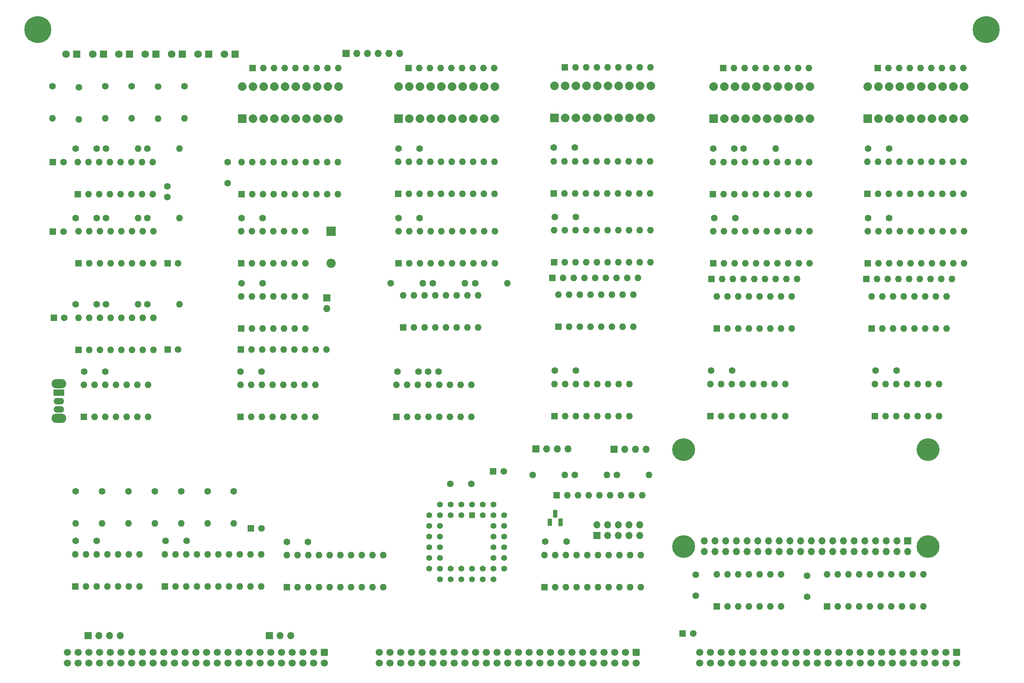
<source format=gbr>
%TF.GenerationSoftware,KiCad,Pcbnew,(6.0.11)*%
%TF.CreationDate,2023-12-29T06:12:27-05:00*%
%TF.ProjectId,input-output.SelfHost,696e7075-742d-46f7-9574-7075742e5365,rev?*%
%TF.SameCoordinates,Original*%
%TF.FileFunction,Soldermask,Bot*%
%TF.FilePolarity,Negative*%
%FSLAX46Y46*%
G04 Gerber Fmt 4.6, Leading zero omitted, Abs format (unit mm)*
G04 Created by KiCad (PCBNEW (6.0.11)) date 2023-12-29 06:12:27*
%MOMM*%
%LPD*%
G01*
G04 APERTURE LIST*
G04 Aperture macros list*
%AMRoundRect*
0 Rectangle with rounded corners*
0 $1 Rounding radius*
0 $2 $3 $4 $5 $6 $7 $8 $9 X,Y pos of 4 corners*
0 Add a 4 corners polygon primitive as box body*
4,1,4,$2,$3,$4,$5,$6,$7,$8,$9,$2,$3,0*
0 Add four circle primitives for the rounded corners*
1,1,$1+$1,$2,$3*
1,1,$1+$1,$4,$5*
1,1,$1+$1,$6,$7*
1,1,$1+$1,$8,$9*
0 Add four rect primitives between the rounded corners*
20,1,$1+$1,$2,$3,$4,$5,0*
20,1,$1+$1,$4,$5,$6,$7,0*
20,1,$1+$1,$6,$7,$8,$9,0*
20,1,$1+$1,$8,$9,$2,$3,0*%
G04 Aperture macros list end*
%ADD10C,6.400000*%
%ADD11RoundRect,0.250000X-0.600000X0.600000X-0.600000X-0.600000X0.600000X-0.600000X0.600000X0.600000X0*%
%ADD12C,1.700000*%
%ADD13C,1.600000*%
%ADD14O,1.600000X1.600000*%
%ADD15R,1.600000X1.600000*%
%ADD16R,1.800000X1.800000*%
%ADD17C,1.800000*%
%ADD18R,2.032000X2.032000*%
%ADD19C,2.032000*%
%ADD20R,1.700000X1.700000*%
%ADD21O,1.700000X1.700000*%
%ADD22C,5.400000*%
%ADD23R,2.200000X2.200000*%
%ADD24O,2.200000X2.200000*%
%ADD25R,1.422400X1.422400*%
%ADD26C,1.422400*%
%ADD27O,3.500000X2.200000*%
%ADD28R,2.500000X1.500000*%
%ADD29O,2.500000X1.500000*%
%ADD30R,1.100000X1.800000*%
%ADD31RoundRect,0.275000X-0.275000X-0.625000X0.275000X-0.625000X0.275000X0.625000X-0.275000X0.625000X0*%
G04 APERTURE END LIST*
D10*
%TO.C,H2*%
X265000000Y-75000000D03*
%TD*%
%TO.C,H1*%
X40000000Y-75000000D03*
%TD*%
D11*
%TO.C,P2*%
X182000000Y-223000000D03*
D12*
X182000000Y-225540000D03*
X179460000Y-223000000D03*
X179460000Y-225540000D03*
X176920000Y-223000000D03*
X176920000Y-225540000D03*
X174380000Y-223000000D03*
X174380000Y-225540000D03*
X171840000Y-223000000D03*
X171840000Y-225540000D03*
X169300000Y-223000000D03*
X169300000Y-225540000D03*
X166760000Y-223000000D03*
X166760000Y-225540000D03*
X164220000Y-223000000D03*
X164220000Y-225540000D03*
X161680000Y-223000000D03*
X161680000Y-225540000D03*
X159140000Y-223000000D03*
X159140000Y-225540000D03*
X156600000Y-223000000D03*
X156600000Y-225540000D03*
X154060000Y-223000000D03*
X154060000Y-225540000D03*
X151520000Y-223000000D03*
X151520000Y-225540000D03*
X148980000Y-223000000D03*
X148980000Y-225540000D03*
X146440000Y-223000000D03*
X146440000Y-225540000D03*
X143900000Y-223000000D03*
X143900000Y-225540000D03*
X141360000Y-223000000D03*
X141360000Y-225540000D03*
X138820000Y-223000000D03*
X138820000Y-225540000D03*
X136280000Y-223000000D03*
X136280000Y-225540000D03*
X133740000Y-223000000D03*
X133740000Y-225540000D03*
X131200000Y-223000000D03*
X131200000Y-225540000D03*
X128660000Y-223000000D03*
X128660000Y-225540000D03*
X126120000Y-223000000D03*
X126120000Y-225540000D03*
X123580000Y-223000000D03*
X123580000Y-225540000D03*
X121040000Y-223000000D03*
X121040000Y-225540000D03*
%TD*%
D11*
%TO.C,P3*%
X258000000Y-223000000D03*
D12*
X258000000Y-225540000D03*
X255460000Y-223000000D03*
X255460000Y-225540000D03*
X252920000Y-223000000D03*
X252920000Y-225540000D03*
X250380000Y-223000000D03*
X250380000Y-225540000D03*
X247840000Y-223000000D03*
X247840000Y-225540000D03*
X245300000Y-223000000D03*
X245300000Y-225540000D03*
X242760000Y-223000000D03*
X242760000Y-225540000D03*
X240220000Y-223000000D03*
X240220000Y-225540000D03*
X237680000Y-223000000D03*
X237680000Y-225540000D03*
X235140000Y-223000000D03*
X235140000Y-225540000D03*
X232600000Y-223000000D03*
X232600000Y-225540000D03*
X230060000Y-223000000D03*
X230060000Y-225540000D03*
X227520000Y-223000000D03*
X227520000Y-225540000D03*
X224980000Y-223000000D03*
X224980000Y-225540000D03*
X222440000Y-223000000D03*
X222440000Y-225540000D03*
X219900000Y-223000000D03*
X219900000Y-225540000D03*
X217360000Y-223000000D03*
X217360000Y-225540000D03*
X214820000Y-223000000D03*
X214820000Y-225540000D03*
X212280000Y-223000000D03*
X212280000Y-225540000D03*
X209740000Y-223000000D03*
X209740000Y-225540000D03*
X207200000Y-223000000D03*
X207200000Y-225540000D03*
X204660000Y-223000000D03*
X204660000Y-225540000D03*
X202120000Y-223000000D03*
X202120000Y-225540000D03*
X199580000Y-223000000D03*
X199580000Y-225540000D03*
X197040000Y-223000000D03*
X197040000Y-225540000D03*
%TD*%
D11*
%TO.C,P1*%
X108000000Y-223000000D03*
D12*
X108000000Y-225540000D03*
X105460000Y-223000000D03*
X105460000Y-225540000D03*
X102920000Y-223000000D03*
X102920000Y-225540000D03*
X100380000Y-223000000D03*
X100380000Y-225540000D03*
X97840000Y-223000000D03*
X97840000Y-225540000D03*
X95300000Y-223000000D03*
X95300000Y-225540000D03*
X92760000Y-223000000D03*
X92760000Y-225540000D03*
X90220000Y-223000000D03*
X90220000Y-225540000D03*
X87680000Y-223000000D03*
X87680000Y-225540000D03*
X85140000Y-223000000D03*
X85140000Y-225540000D03*
X82600000Y-223000000D03*
X82600000Y-225540000D03*
X80060000Y-223000000D03*
X80060000Y-225540000D03*
X77520000Y-223000000D03*
X77520000Y-225540000D03*
X74980000Y-223000000D03*
X74980000Y-225540000D03*
X72440000Y-223000000D03*
X72440000Y-225540000D03*
X69900000Y-223000000D03*
X69900000Y-225540000D03*
X67360000Y-223000000D03*
X67360000Y-225540000D03*
X64820000Y-223000000D03*
X64820000Y-225540000D03*
X62280000Y-223000000D03*
X62280000Y-225540000D03*
X59740000Y-223000000D03*
X59740000Y-225540000D03*
X57200000Y-223000000D03*
X57200000Y-225540000D03*
X54660000Y-223000000D03*
X54660000Y-225540000D03*
X52120000Y-223000000D03*
X52120000Y-225540000D03*
X49580000Y-223000000D03*
X49580000Y-225540000D03*
X47040000Y-223000000D03*
X47040000Y-225540000D03*
%TD*%
D13*
%TO.C,R7*%
X61500000Y-184690000D03*
D14*
X61500000Y-192310000D03*
%TD*%
D13*
%TO.C,R18*%
X123690000Y-135250000D03*
D14*
X131310000Y-135250000D03*
%TD*%
D15*
%TO.C,SW3*%
X126700000Y-145767500D03*
D14*
X129240000Y-145767500D03*
X131780000Y-145767500D03*
X134320000Y-145767500D03*
X136860000Y-145767500D03*
X139400000Y-145767500D03*
X141940000Y-145767500D03*
X144480000Y-145767500D03*
X144480000Y-138147500D03*
X141940000Y-138147500D03*
X139400000Y-138147500D03*
X136860000Y-138147500D03*
X134320000Y-138147500D03*
X131780000Y-138147500D03*
X129240000Y-138147500D03*
X126700000Y-138147500D03*
%TD*%
D13*
%TO.C,C29*%
X125600000Y-119750000D03*
X130600000Y-119750000D03*
%TD*%
D16*
%TO.C,D6*%
X74290000Y-80850000D03*
D17*
X71750000Y-80850000D03*
%TD*%
D18*
%TO.C,BAR4*%
X125600000Y-96155000D03*
D19*
X128140000Y-96155000D03*
X130680000Y-96155000D03*
X133220000Y-96155000D03*
X135760000Y-96155000D03*
X138300000Y-96155000D03*
X140840000Y-96155000D03*
X143380000Y-96155000D03*
X145920000Y-96155000D03*
X148460000Y-96155000D03*
X148460000Y-88535000D03*
X145920000Y-88535000D03*
X143380000Y-88535000D03*
X140840000Y-88535000D03*
X138300000Y-88535000D03*
X135760000Y-88535000D03*
X133220000Y-88535000D03*
X130680000Y-88535000D03*
X128140000Y-88535000D03*
X125600000Y-88535000D03*
%TD*%
D20*
%TO.C,J1*%
X246400000Y-196500000D03*
D21*
X246400000Y-199040000D03*
X243860000Y-196500000D03*
X243860000Y-199040000D03*
X241320000Y-196500000D03*
X241320000Y-199040000D03*
X238780000Y-196500000D03*
X238780000Y-199040000D03*
X236240000Y-196500000D03*
X236240000Y-199040000D03*
X233700000Y-196500000D03*
X233700000Y-199040000D03*
X231160000Y-196500000D03*
X231160000Y-199040000D03*
X228620000Y-196500000D03*
X228620000Y-199040000D03*
X226080000Y-196500000D03*
X226080000Y-199040000D03*
X223540000Y-196500000D03*
X223540000Y-199040000D03*
X221000000Y-196500000D03*
X221000000Y-199040000D03*
X218460000Y-196500000D03*
X218460000Y-199040000D03*
X215920000Y-196500000D03*
X215920000Y-199040000D03*
X213380000Y-196500000D03*
X213380000Y-199040000D03*
X210840000Y-196500000D03*
X210840000Y-199040000D03*
X208300000Y-196500000D03*
X208300000Y-199040000D03*
X205760000Y-196500000D03*
X205760000Y-199040000D03*
X203220000Y-196500000D03*
X203220000Y-199040000D03*
X200680000Y-196500000D03*
X200680000Y-199040000D03*
X198140000Y-196500000D03*
X198140000Y-199040000D03*
D22*
X251250000Y-197800000D03*
X193250000Y-197800000D03*
X251250000Y-174800000D03*
X193250000Y-174800000D03*
%TD*%
D15*
%TO.C,C15*%
X43794900Y-143500000D03*
D13*
X46294900Y-143500000D03*
%TD*%
%TO.C,C36*%
X49000000Y-140250000D03*
X54000000Y-140250000D03*
%TD*%
%TO.C,R2*%
X167440000Y-180790000D03*
D14*
X175060000Y-180790000D03*
%TD*%
D15*
%TO.C,U7*%
X125600000Y-130500000D03*
D14*
X128140000Y-130500000D03*
X130680000Y-130500000D03*
X133220000Y-130500000D03*
X135760000Y-130500000D03*
X138300000Y-130500000D03*
X140840000Y-130500000D03*
X143380000Y-130500000D03*
X145920000Y-130500000D03*
X148460000Y-130500000D03*
X148460000Y-122880000D03*
X145920000Y-122880000D03*
X143380000Y-122880000D03*
X140840000Y-122880000D03*
X138300000Y-122880000D03*
X135760000Y-122880000D03*
X133220000Y-122880000D03*
X130680000Y-122880000D03*
X128140000Y-122880000D03*
X125600000Y-122880000D03*
%TD*%
D15*
%TO.C,C22*%
X148044900Y-180000000D03*
D13*
X150544900Y-180000000D03*
%TD*%
%TO.C,C10*%
X142900000Y-182940000D03*
X137900000Y-182940000D03*
%TD*%
D15*
%TO.C,C34*%
X70794900Y-130500000D03*
D13*
X73294900Y-130500000D03*
%TD*%
D20*
%TO.C,J2*%
X176700000Y-174720000D03*
D21*
X179240000Y-174720000D03*
X181780000Y-174720000D03*
X184320000Y-174720000D03*
%TD*%
D15*
%TO.C,U24*%
X88225000Y-130500000D03*
D14*
X90765000Y-130500000D03*
X93305000Y-130500000D03*
X95845000Y-130500000D03*
X98385000Y-130500000D03*
X100925000Y-130500000D03*
X103465000Y-130500000D03*
X103465000Y-122880000D03*
X100925000Y-122880000D03*
X98385000Y-122880000D03*
X95845000Y-122880000D03*
X93305000Y-122880000D03*
X90765000Y-122880000D03*
X88225000Y-122880000D03*
%TD*%
D16*
%TO.C,D1*%
X49250000Y-80850000D03*
D17*
X46710000Y-80850000D03*
%TD*%
D13*
%TO.C,C14*%
X160425000Y-196650000D03*
X165425000Y-196650000D03*
%TD*%
%TO.C,C7*%
X162450000Y-103000000D03*
X167450000Y-103000000D03*
%TD*%
%TO.C,R25*%
X66000000Y-140250000D03*
D14*
X73620000Y-140250000D03*
%TD*%
D15*
%TO.C,C20*%
X193000000Y-218500000D03*
D13*
X195500000Y-218500000D03*
%TD*%
D15*
%TO.C,RR8*%
X199825000Y-134250000D03*
D14*
X202365000Y-134250000D03*
X204905000Y-134250000D03*
X207445000Y-134250000D03*
X209985000Y-134250000D03*
X212525000Y-134250000D03*
X215065000Y-134250000D03*
X217605000Y-134250000D03*
X220145000Y-134250000D03*
%TD*%
D15*
%TO.C,U20*%
X88100000Y-167000000D03*
D14*
X90640000Y-167000000D03*
X93180000Y-167000000D03*
X95720000Y-167000000D03*
X98260000Y-167000000D03*
X100800000Y-167000000D03*
X103340000Y-167000000D03*
X105880000Y-167000000D03*
X105880000Y-159380000D03*
X103340000Y-159380000D03*
X100800000Y-159380000D03*
X98260000Y-159380000D03*
X95720000Y-159380000D03*
X93180000Y-159380000D03*
X90640000Y-159380000D03*
X88100000Y-159380000D03*
%TD*%
D15*
%TO.C,U23*%
X238625000Y-166800000D03*
D14*
X241165000Y-166800000D03*
X243705000Y-166800000D03*
X246245000Y-166800000D03*
X248785000Y-166800000D03*
X251325000Y-166800000D03*
X253865000Y-166800000D03*
X253865000Y-159180000D03*
X251325000Y-159180000D03*
X248785000Y-159180000D03*
X246245000Y-159180000D03*
X243705000Y-159180000D03*
X241165000Y-159180000D03*
X238625000Y-159180000D03*
%TD*%
D15*
%TO.C,U21*%
X160250000Y-207450000D03*
D14*
X162790000Y-207450000D03*
X165330000Y-207450000D03*
X167870000Y-207450000D03*
X170410000Y-207450000D03*
X172950000Y-207450000D03*
X175490000Y-207450000D03*
X178030000Y-207450000D03*
X180570000Y-207450000D03*
X183110000Y-207450000D03*
X183110000Y-199830000D03*
X180570000Y-199830000D03*
X178030000Y-199830000D03*
X175490000Y-199830000D03*
X172950000Y-199830000D03*
X170410000Y-199830000D03*
X167870000Y-199830000D03*
X165330000Y-199830000D03*
X162790000Y-199830000D03*
X160250000Y-199830000D03*
%TD*%
D15*
%TO.C,U4*%
X236927500Y-130500000D03*
D14*
X239467500Y-130500000D03*
X242007500Y-130500000D03*
X244547500Y-130500000D03*
X247087500Y-130500000D03*
X249627500Y-130500000D03*
X252167500Y-130500000D03*
X254707500Y-130500000D03*
X257247500Y-130500000D03*
X259787500Y-130500000D03*
X259787500Y-122880000D03*
X257247500Y-122880000D03*
X254707500Y-122880000D03*
X252167500Y-122880000D03*
X249627500Y-122880000D03*
X247087500Y-122880000D03*
X244547500Y-122880000D03*
X242007500Y-122880000D03*
X239467500Y-122880000D03*
X236927500Y-122880000D03*
%TD*%
D13*
%TO.C,C3*%
X238750000Y-156000000D03*
X243750000Y-156000000D03*
%TD*%
%TO.C,R24*%
X65940000Y-103250000D03*
D14*
X73560000Y-103250000D03*
%TD*%
D13*
%TO.C,C9*%
X196125000Y-204550000D03*
X196125000Y-209550000D03*
%TD*%
D15*
%TO.C,SW2*%
X237850000Y-146017500D03*
D14*
X240390000Y-146017500D03*
X242930000Y-146017500D03*
X245470000Y-146017500D03*
X248010000Y-146017500D03*
X250550000Y-146017500D03*
X253090000Y-146017500D03*
X255630000Y-146017500D03*
X255630000Y-138397500D03*
X253090000Y-138397500D03*
X250550000Y-138397500D03*
X248010000Y-138397500D03*
X245470000Y-138397500D03*
X242930000Y-138397500D03*
X240390000Y-138397500D03*
X237850000Y-138397500D03*
%TD*%
D13*
%TO.C,C37*%
X88350000Y-119750000D03*
X93350000Y-119750000D03*
%TD*%
D20*
%TO.C,J9*%
X94975000Y-219000000D03*
D21*
X97515000Y-219000000D03*
X100055000Y-219000000D03*
%TD*%
D13*
%TO.C,R1*%
X49000000Y-184690000D03*
D14*
X49000000Y-192310000D03*
%TD*%
D15*
%TO.C,U18*%
X162600000Y-166800000D03*
D14*
X165140000Y-166800000D03*
X167680000Y-166800000D03*
X170220000Y-166800000D03*
X172760000Y-166800000D03*
X175300000Y-166800000D03*
X177840000Y-166800000D03*
X180380000Y-166800000D03*
X180380000Y-159180000D03*
X177840000Y-159180000D03*
X175300000Y-159180000D03*
X172760000Y-159180000D03*
X170220000Y-159180000D03*
X167680000Y-159180000D03*
X165140000Y-159180000D03*
X162600000Y-159180000D03*
%TD*%
D15*
%TO.C,U12*%
X88322500Y-114100000D03*
D14*
X90862500Y-114100000D03*
X93402500Y-114100000D03*
X95942500Y-114100000D03*
X98482500Y-114100000D03*
X101022500Y-114100000D03*
X103562500Y-114100000D03*
X106102500Y-114100000D03*
X108642500Y-114100000D03*
X111182500Y-114100000D03*
X111182500Y-106480000D03*
X108642500Y-106480000D03*
X106102500Y-106480000D03*
X103562500Y-106480000D03*
X101022500Y-106480000D03*
X98482500Y-106480000D03*
X95942500Y-106480000D03*
X93402500Y-106480000D03*
X90862500Y-106480000D03*
X88322500Y-106480000D03*
%TD*%
D15*
%TO.C,U10*%
X162422500Y-113900000D03*
D14*
X164962500Y-113900000D03*
X167502500Y-113900000D03*
X170042500Y-113900000D03*
X172582500Y-113900000D03*
X175122500Y-113900000D03*
X177662500Y-113900000D03*
X180202500Y-113900000D03*
X182742500Y-113900000D03*
X185282500Y-113900000D03*
X185282500Y-106280000D03*
X182742500Y-106280000D03*
X180202500Y-106280000D03*
X177662500Y-106280000D03*
X175122500Y-106280000D03*
X172582500Y-106280000D03*
X170042500Y-106280000D03*
X167502500Y-106280000D03*
X164962500Y-106280000D03*
X162422500Y-106280000D03*
%TD*%
D13*
%TO.C,C19*%
X200500000Y-119750000D03*
X205500000Y-119750000D03*
%TD*%
%TO.C,R19*%
X133690000Y-135250000D03*
D14*
X141310000Y-135250000D03*
%TD*%
D13*
%TO.C,C6*%
X125600000Y-103250000D03*
X130600000Y-103250000D03*
%TD*%
D15*
%TO.C,U14*%
X227250000Y-212050000D03*
D14*
X229790000Y-212050000D03*
X232330000Y-212050000D03*
X234870000Y-212050000D03*
X237410000Y-212050000D03*
X239950000Y-212050000D03*
X242490000Y-212050000D03*
X245030000Y-212050000D03*
X247570000Y-212050000D03*
X250110000Y-212050000D03*
X250110000Y-204430000D03*
X247570000Y-204430000D03*
X245030000Y-204430000D03*
X242490000Y-204430000D03*
X239950000Y-204430000D03*
X237410000Y-204430000D03*
X234870000Y-204430000D03*
X232330000Y-204430000D03*
X229790000Y-204430000D03*
X227250000Y-204430000D03*
%TD*%
D15*
%TO.C,RR9*%
X162075000Y-134000000D03*
D14*
X164615000Y-134000000D03*
X167155000Y-134000000D03*
X169695000Y-134000000D03*
X172235000Y-134000000D03*
X174775000Y-134000000D03*
X177315000Y-134000000D03*
X179855000Y-134000000D03*
X182395000Y-134000000D03*
%TD*%
D20*
%TO.C,P7*%
X51950000Y-219000000D03*
D21*
X54490000Y-219000000D03*
X57030000Y-219000000D03*
X59570000Y-219000000D03*
%TD*%
D15*
%TO.C,SW_HEX_3_1*%
X163550000Y-145567500D03*
D14*
X166090000Y-145567500D03*
X168630000Y-145567500D03*
X171170000Y-145567500D03*
X173710000Y-145567500D03*
X176250000Y-145567500D03*
X178790000Y-145567500D03*
X181330000Y-145567500D03*
X181330000Y-137947500D03*
X178790000Y-137947500D03*
X176250000Y-137947500D03*
X173710000Y-137947500D03*
X171170000Y-137947500D03*
X168630000Y-137947500D03*
X166090000Y-137947500D03*
X163550000Y-137947500D03*
%TD*%
D23*
%TO.C,D2*%
X109600000Y-122890000D03*
D24*
X109600000Y-130510000D03*
%TD*%
D15*
%TO.C,RR2*%
X202675000Y-84155000D03*
D14*
X205215000Y-84155000D03*
X207755000Y-84155000D03*
X210295000Y-84155000D03*
X212835000Y-84155000D03*
X215375000Y-84155000D03*
X217915000Y-84155000D03*
X220455000Y-84155000D03*
X222995000Y-84155000D03*
%TD*%
D13*
%TO.C,C18*%
X85000000Y-106500000D03*
X85000000Y-111500000D03*
%TD*%
%TO.C,R4*%
X157440000Y-180790000D03*
D14*
X165060000Y-180790000D03*
%TD*%
D18*
%TO.C,BAR1*%
X236927500Y-96155000D03*
D19*
X239467500Y-96155000D03*
X242007500Y-96155000D03*
X244547500Y-96155000D03*
X247087500Y-96155000D03*
X249627500Y-96155000D03*
X252167500Y-96155000D03*
X254707500Y-96155000D03*
X257247500Y-96155000D03*
X259787500Y-96155000D03*
X259787500Y-88535000D03*
X257247500Y-88535000D03*
X254707500Y-88535000D03*
X252167500Y-88535000D03*
X249627500Y-88535000D03*
X247087500Y-88535000D03*
X244547500Y-88535000D03*
X242007500Y-88535000D03*
X239467500Y-88535000D03*
X236927500Y-88535000D03*
%TD*%
D15*
%TO.C,C16*%
X43544900Y-123000000D03*
D13*
X46044900Y-123000000D03*
%TD*%
D15*
%TO.C,U22*%
X88225000Y-146050000D03*
D14*
X90765000Y-146050000D03*
X93305000Y-146050000D03*
X95845000Y-146050000D03*
X98385000Y-146050000D03*
X100925000Y-146050000D03*
X103465000Y-146050000D03*
X103465000Y-138430000D03*
X100925000Y-138430000D03*
X98385000Y-138430000D03*
X95845000Y-138430000D03*
X93305000Y-138430000D03*
X90765000Y-138430000D03*
X88225000Y-138430000D03*
%TD*%
D13*
%TO.C,C28*%
X88350000Y-135250000D03*
X93350000Y-135250000D03*
%TD*%
%TO.C,R21*%
X56130000Y-103250000D03*
D14*
X63750000Y-103250000D03*
%TD*%
D13*
%TO.C,R14*%
X49750000Y-88690000D03*
D14*
X49750000Y-96310000D03*
%TD*%
D13*
%TO.C,C26*%
X162700000Y-119500000D03*
X167700000Y-119500000D03*
%TD*%
D15*
%TO.C,C21*%
X90544900Y-193500000D03*
D13*
X93044900Y-193500000D03*
%TD*%
%TO.C,C12*%
X99089800Y-196750000D03*
X104089800Y-196750000D03*
%TD*%
D15*
%TO.C,RR1*%
X239325000Y-84155000D03*
D14*
X241865000Y-84155000D03*
X244405000Y-84155000D03*
X246945000Y-84155000D03*
X249485000Y-84155000D03*
X252025000Y-84155000D03*
X254565000Y-84155000D03*
X257105000Y-84155000D03*
X259645000Y-84155000D03*
%TD*%
D15*
%TO.C,RR4*%
X127925000Y-84155000D03*
D14*
X130465000Y-84155000D03*
X133005000Y-84155000D03*
X135545000Y-84155000D03*
X138085000Y-84155000D03*
X140625000Y-84155000D03*
X143165000Y-84155000D03*
X145705000Y-84155000D03*
X148245000Y-84155000D03*
%TD*%
D13*
%TO.C,R17*%
X74750000Y-88440000D03*
D14*
X74750000Y-96060000D03*
%TD*%
D15*
%TO.C,U6*%
X162525000Y-130300000D03*
D14*
X165065000Y-130300000D03*
X167605000Y-130300000D03*
X170145000Y-130300000D03*
X172685000Y-130300000D03*
X175225000Y-130300000D03*
X177765000Y-130300000D03*
X180305000Y-130300000D03*
X182845000Y-130300000D03*
X185385000Y-130300000D03*
X185385000Y-122680000D03*
X182845000Y-122680000D03*
X180305000Y-122680000D03*
X177765000Y-122680000D03*
X175225000Y-122680000D03*
X172685000Y-122680000D03*
X170145000Y-122680000D03*
X167605000Y-122680000D03*
X165065000Y-122680000D03*
X162525000Y-122680000D03*
%TD*%
D13*
%TO.C,R9*%
X74000000Y-184690000D03*
D14*
X74000000Y-192310000D03*
%TD*%
D13*
%TO.C,C35*%
X88100000Y-156250000D03*
X93100000Y-156250000D03*
%TD*%
%TO.C,R15*%
X207500000Y-103250000D03*
D14*
X215120000Y-103250000D03*
%TD*%
D15*
%TO.C,RR3*%
X165025000Y-83955000D03*
D14*
X167565000Y-83955000D03*
X170105000Y-83955000D03*
X172645000Y-83955000D03*
X175185000Y-83955000D03*
X177725000Y-83955000D03*
X180265000Y-83955000D03*
X182805000Y-83955000D03*
X185345000Y-83955000D03*
%TD*%
D13*
%TO.C,R3*%
X177440000Y-180790000D03*
D14*
X185060000Y-180790000D03*
%TD*%
D15*
%TO.C,C13*%
X43544900Y-106500000D03*
D13*
X46044900Y-106500000D03*
%TD*%
D20*
%TO.C,JP1*%
X108600000Y-138725000D03*
D21*
X108600000Y-141265000D03*
%TD*%
D20*
%TO.C,SW1*%
X172675000Y-195175000D03*
D21*
X172675000Y-192635000D03*
X175215000Y-195175000D03*
X175215000Y-192635000D03*
X177755000Y-195175000D03*
X177755000Y-192635000D03*
X180295000Y-195175000D03*
X180295000Y-192635000D03*
X182835000Y-195175000D03*
X182835000Y-192635000D03*
%TD*%
D13*
%TO.C,C1*%
X48964800Y-196500000D03*
X53964800Y-196500000D03*
%TD*%
D16*
%TO.C,D5*%
X68040000Y-80850000D03*
D17*
X65500000Y-80850000D03*
%TD*%
D13*
%TO.C,R23*%
X56190000Y-119750000D03*
D14*
X63810000Y-119750000D03*
%TD*%
D18*
%TO.C,BAR2*%
X200350000Y-96155000D03*
D19*
X202890000Y-96155000D03*
X205430000Y-96155000D03*
X207970000Y-96155000D03*
X210510000Y-96155000D03*
X213050000Y-96155000D03*
X215590000Y-96155000D03*
X218130000Y-96155000D03*
X220670000Y-96155000D03*
X223210000Y-96155000D03*
X223210000Y-88535000D03*
X220670000Y-88535000D03*
X218130000Y-88535000D03*
X215590000Y-88535000D03*
X213050000Y-88535000D03*
X210510000Y-88535000D03*
X207970000Y-88535000D03*
X205430000Y-88535000D03*
X202890000Y-88535000D03*
X200350000Y-88535000D03*
%TD*%
D13*
%TO.C,C25*%
X237000000Y-103250000D03*
X242000000Y-103250000D03*
%TD*%
%TO.C,R20*%
X143750000Y-135250000D03*
D14*
X151370000Y-135250000D03*
%TD*%
D15*
%TO.C,SW_HEX_1_1*%
X201100000Y-146000000D03*
D14*
X203640000Y-146000000D03*
X206180000Y-146000000D03*
X208720000Y-146000000D03*
X211260000Y-146000000D03*
X213800000Y-146000000D03*
X216340000Y-146000000D03*
X218880000Y-146000000D03*
X218880000Y-138380000D03*
X216340000Y-138380000D03*
X213800000Y-138380000D03*
X211260000Y-138380000D03*
X208720000Y-138380000D03*
X206180000Y-138380000D03*
X203640000Y-138380000D03*
X201100000Y-138380000D03*
%TD*%
D13*
%TO.C,C4*%
X49000000Y-119750000D03*
X54000000Y-119750000D03*
%TD*%
%TO.C,C2*%
X132600000Y-156250000D03*
X135100000Y-156250000D03*
%TD*%
D15*
%TO.C,U5*%
X200247500Y-130500000D03*
D14*
X202787500Y-130500000D03*
X205327500Y-130500000D03*
X207867500Y-130500000D03*
X210407500Y-130500000D03*
X212947500Y-130500000D03*
X215487500Y-130500000D03*
X218027500Y-130500000D03*
X220567500Y-130500000D03*
X223107500Y-130500000D03*
X223107500Y-122880000D03*
X220567500Y-122880000D03*
X218027500Y-122880000D03*
X215487500Y-122880000D03*
X212947500Y-122880000D03*
X210407500Y-122880000D03*
X207867500Y-122880000D03*
X205327500Y-122880000D03*
X202787500Y-122880000D03*
X200247500Y-122880000D03*
%TD*%
D13*
%TO.C,R13*%
X43500000Y-88440000D03*
D14*
X43500000Y-96060000D03*
%TD*%
D16*
%TO.C,D3*%
X55540000Y-80850000D03*
D17*
X53000000Y-80850000D03*
%TD*%
D15*
%TO.C,U16*%
X50875000Y-167050000D03*
D14*
X53415000Y-167050000D03*
X55955000Y-167050000D03*
X58495000Y-167050000D03*
X61035000Y-167050000D03*
X63575000Y-167050000D03*
X66115000Y-167050000D03*
X66115000Y-159430000D03*
X63575000Y-159430000D03*
X61035000Y-159430000D03*
X58495000Y-159430000D03*
X55955000Y-159430000D03*
X53415000Y-159430000D03*
X50875000Y-159430000D03*
%TD*%
D15*
%TO.C,U1*%
X48839800Y-207300000D03*
D14*
X51379800Y-207300000D03*
X53919800Y-207300000D03*
X56459800Y-207300000D03*
X58999800Y-207300000D03*
X61539800Y-207300000D03*
X64079800Y-207300000D03*
X64079800Y-199680000D03*
X61539800Y-199680000D03*
X58999800Y-199680000D03*
X56459800Y-199680000D03*
X53919800Y-199680000D03*
X51379800Y-199680000D03*
X48839800Y-199680000D03*
%TD*%
D13*
%TO.C,R22*%
X56190000Y-140250000D03*
D14*
X63810000Y-140250000D03*
%TD*%
D15*
%TO.C,U19*%
X125100000Y-167050000D03*
D14*
X127640000Y-167050000D03*
X130180000Y-167050000D03*
X132720000Y-167050000D03*
X135260000Y-167050000D03*
X137800000Y-167050000D03*
X140340000Y-167050000D03*
X142880000Y-167050000D03*
X142880000Y-159430000D03*
X140340000Y-159430000D03*
X137800000Y-159430000D03*
X135260000Y-159430000D03*
X132720000Y-159430000D03*
X130180000Y-159430000D03*
X127640000Y-159430000D03*
X125100000Y-159430000D03*
%TD*%
D13*
%TO.C,R16*%
X62250000Y-88440000D03*
D14*
X62250000Y-96060000D03*
%TD*%
D15*
%TO.C,RR6*%
X88175000Y-151000000D03*
D14*
X90715000Y-151000000D03*
X93255000Y-151000000D03*
X95795000Y-151000000D03*
X98335000Y-151000000D03*
X100875000Y-151000000D03*
X103415000Y-151000000D03*
X105955000Y-151000000D03*
X108495000Y-151000000D03*
%TD*%
D13*
%TO.C,C11*%
X125350000Y-156250000D03*
X130350000Y-156250000D03*
%TD*%
D15*
%TO.C,C33*%
X70794900Y-151000000D03*
D13*
X73294900Y-151000000D03*
%TD*%
%TO.C,C17*%
X70264800Y-196500000D03*
X75264800Y-196500000D03*
%TD*%
%TO.C,C23*%
X48940000Y-103250000D03*
X53940000Y-103250000D03*
%TD*%
D15*
%TO.C,U2*%
X201125000Y-212050000D03*
D14*
X203665000Y-212050000D03*
X206205000Y-212050000D03*
X208745000Y-212050000D03*
X211285000Y-212050000D03*
X213825000Y-212050000D03*
X216365000Y-212050000D03*
X216365000Y-204430000D03*
X213825000Y-204430000D03*
X211285000Y-204430000D03*
X208745000Y-204430000D03*
X206205000Y-204430000D03*
X203665000Y-204430000D03*
X201125000Y-204430000D03*
%TD*%
D15*
%TO.C,U13*%
X99089800Y-207500000D03*
D14*
X101629800Y-207500000D03*
X104169800Y-207500000D03*
X106709800Y-207500000D03*
X109249800Y-207500000D03*
X111789800Y-207500000D03*
X114329800Y-207500000D03*
X116869800Y-207500000D03*
X119409800Y-207500000D03*
X121949800Y-207500000D03*
X121949800Y-199880000D03*
X119409800Y-199880000D03*
X116869800Y-199880000D03*
X114329800Y-199880000D03*
X111789800Y-199880000D03*
X109249800Y-199880000D03*
X106709800Y-199880000D03*
X104169800Y-199880000D03*
X101629800Y-199880000D03*
X99089800Y-199880000D03*
%TD*%
D13*
%TO.C,R26*%
X66000000Y-119750000D03*
D14*
X73620000Y-119750000D03*
%TD*%
D13*
%TO.C,C24*%
X237000000Y-119750000D03*
X242000000Y-119750000D03*
%TD*%
%TO.C,C32*%
X70750000Y-114750000D03*
X70750000Y-112250000D03*
%TD*%
%TO.C,C30*%
X200250000Y-103250000D03*
X205250000Y-103250000D03*
%TD*%
%TO.C,R5*%
X56000000Y-88440000D03*
D14*
X56000000Y-96060000D03*
%TD*%
D13*
%TO.C,R8*%
X67750000Y-184690000D03*
D14*
X67750000Y-192310000D03*
%TD*%
D20*
%TO.C,J3*%
X158200000Y-174650000D03*
D21*
X160740000Y-174650000D03*
X163280000Y-174650000D03*
X165820000Y-174650000D03*
%TD*%
D16*
%TO.C,D8*%
X86790000Y-80850000D03*
D17*
X84250000Y-80850000D03*
%TD*%
D13*
%TO.C,R11*%
X86500000Y-184690000D03*
D14*
X86500000Y-192310000D03*
%TD*%
D15*
%TO.C,U9*%
X200145000Y-114100000D03*
D14*
X202685000Y-114100000D03*
X205225000Y-114100000D03*
X207765000Y-114100000D03*
X210305000Y-114100000D03*
X212845000Y-114100000D03*
X215385000Y-114100000D03*
X217925000Y-114100000D03*
X220465000Y-114100000D03*
X223005000Y-114100000D03*
X223005000Y-106480000D03*
X220465000Y-106480000D03*
X217925000Y-106480000D03*
X215385000Y-106480000D03*
X212845000Y-106480000D03*
X210305000Y-106480000D03*
X207765000Y-106480000D03*
X205225000Y-106480000D03*
X202685000Y-106480000D03*
X200145000Y-106480000D03*
%TD*%
D15*
%TO.C,RR7*%
X236575000Y-134250000D03*
D14*
X239115000Y-134250000D03*
X241655000Y-134250000D03*
X244195000Y-134250000D03*
X246735000Y-134250000D03*
X249275000Y-134250000D03*
X251815000Y-134250000D03*
X254355000Y-134250000D03*
X256895000Y-134250000D03*
%TD*%
D15*
%TO.C,U27*%
X49600000Y-130550000D03*
D14*
X52140000Y-130550000D03*
X54680000Y-130550000D03*
X57220000Y-130550000D03*
X59760000Y-130550000D03*
X62300000Y-130550000D03*
X64840000Y-130550000D03*
X67380000Y-130550000D03*
X67380000Y-122930000D03*
X64840000Y-122930000D03*
X62300000Y-122930000D03*
X59760000Y-122930000D03*
X57220000Y-122930000D03*
X54680000Y-122930000D03*
X52140000Y-122930000D03*
X49600000Y-122930000D03*
%TD*%
D16*
%TO.C,D7*%
X80540000Y-80850000D03*
D17*
X78000000Y-80850000D03*
%TD*%
D15*
%TO.C,U8*%
X236825000Y-114050000D03*
D14*
X239365000Y-114050000D03*
X241905000Y-114050000D03*
X244445000Y-114050000D03*
X246985000Y-114050000D03*
X249525000Y-114050000D03*
X252065000Y-114050000D03*
X254605000Y-114050000D03*
X257145000Y-114050000D03*
X259685000Y-114050000D03*
X259685000Y-106430000D03*
X257145000Y-106430000D03*
X254605000Y-106430000D03*
X252065000Y-106430000D03*
X249525000Y-106430000D03*
X246985000Y-106430000D03*
X244445000Y-106430000D03*
X241905000Y-106430000D03*
X239365000Y-106430000D03*
X236825000Y-106430000D03*
%TD*%
D15*
%TO.C,U15*%
X70089800Y-207300000D03*
D14*
X72629800Y-207300000D03*
X75169800Y-207300000D03*
X77709800Y-207300000D03*
X80249800Y-207300000D03*
X82789800Y-207300000D03*
X85329800Y-207300000D03*
X87869800Y-207300000D03*
X90409800Y-207300000D03*
X92949800Y-207300000D03*
X92949800Y-199680000D03*
X90409800Y-199680000D03*
X87869800Y-199680000D03*
X85329800Y-199680000D03*
X82789800Y-199680000D03*
X80249800Y-199680000D03*
X77709800Y-199680000D03*
X75169800Y-199680000D03*
X72629800Y-199680000D03*
X70089800Y-199680000D03*
%TD*%
D13*
%TO.C,C5*%
X222500000Y-204750000D03*
X222500000Y-209750000D03*
%TD*%
D15*
%TO.C,U11*%
X125497500Y-114050000D03*
D14*
X128037500Y-114050000D03*
X130577500Y-114050000D03*
X133117500Y-114050000D03*
X135657500Y-114050000D03*
X138197500Y-114050000D03*
X140737500Y-114050000D03*
X143277500Y-114050000D03*
X145817500Y-114050000D03*
X148357500Y-114050000D03*
X148357500Y-106430000D03*
X145817500Y-106430000D03*
X143277500Y-106430000D03*
X140737500Y-106430000D03*
X138197500Y-106430000D03*
X135657500Y-106430000D03*
X133117500Y-106430000D03*
X130577500Y-106430000D03*
X128037500Y-106430000D03*
X125497500Y-106430000D03*
%TD*%
D13*
%TO.C,C31*%
X162700000Y-156000000D03*
X167700000Y-156000000D03*
%TD*%
D20*
%TO.C,J4*%
X113150000Y-80625000D03*
D21*
X115690000Y-80625000D03*
X118230000Y-80625000D03*
X120770000Y-80625000D03*
X123310000Y-80625000D03*
X125850000Y-80625000D03*
%TD*%
D18*
%TO.C,BAR3*%
X162627500Y-95955000D03*
D19*
X165167500Y-95955000D03*
X167707500Y-95955000D03*
X170247500Y-95955000D03*
X172787500Y-95955000D03*
X175327500Y-95955000D03*
X177867500Y-95955000D03*
X180407500Y-95955000D03*
X182947500Y-95955000D03*
X185487500Y-95955000D03*
X185487500Y-88335000D03*
X182947500Y-88335000D03*
X180407500Y-88335000D03*
X177867500Y-88335000D03*
X175327500Y-88335000D03*
X172787500Y-88335000D03*
X170247500Y-88335000D03*
X167707500Y-88335000D03*
X165167500Y-88335000D03*
X162627500Y-88335000D03*
%TD*%
D25*
%TO.C,U3*%
X143020000Y-190400000D03*
D26*
X140480000Y-187860000D03*
X140480000Y-190400000D03*
X137940000Y-187860000D03*
X137940000Y-190400000D03*
X135400000Y-187860000D03*
X132860000Y-190400000D03*
X135400000Y-190400000D03*
X132860000Y-192940000D03*
X135400000Y-192940000D03*
X132860000Y-195480000D03*
X135400000Y-195480000D03*
X132860000Y-198020000D03*
X135400000Y-198020000D03*
X132860000Y-200560000D03*
X135400000Y-200560000D03*
X132860000Y-203100000D03*
X135400000Y-205640000D03*
X135400000Y-203100000D03*
X137940000Y-205640000D03*
X137940000Y-203100000D03*
X140480000Y-205640000D03*
X140480000Y-203100000D03*
X143020000Y-205640000D03*
X143020000Y-203100000D03*
X145560000Y-205640000D03*
X145560000Y-203100000D03*
X148100000Y-205640000D03*
X150640000Y-203100000D03*
X148100000Y-203100000D03*
X150640000Y-200560000D03*
X148100000Y-200560000D03*
X150640000Y-198020000D03*
X148100000Y-198020000D03*
X150640000Y-195480000D03*
X148100000Y-195480000D03*
X150640000Y-192940000D03*
X148100000Y-192940000D03*
X150640000Y-190400000D03*
X148100000Y-187860000D03*
X148100000Y-190400000D03*
X145560000Y-187860000D03*
X145560000Y-190400000D03*
X143020000Y-187860000D03*
%TD*%
D13*
%TO.C,R12*%
X68500000Y-88500000D03*
D14*
X68500000Y-96120000D03*
%TD*%
D16*
%TO.C,D4*%
X61790000Y-80850000D03*
D17*
X59250000Y-80850000D03*
%TD*%
D13*
%TO.C,R6*%
X55250000Y-184690000D03*
D14*
X55250000Y-192310000D03*
%TD*%
D27*
%TO.C,T1*%
X44952500Y-167350000D03*
X44952500Y-159150000D03*
D28*
X44952500Y-161250000D03*
D29*
X44952500Y-163250000D03*
X44952500Y-165250000D03*
%TD*%
D18*
%TO.C,BAR5*%
X88527500Y-96155000D03*
D19*
X91067500Y-96155000D03*
X93607500Y-96155000D03*
X96147500Y-96155000D03*
X98687500Y-96155000D03*
X101227500Y-96155000D03*
X103767500Y-96155000D03*
X106307500Y-96155000D03*
X108847500Y-96155000D03*
X111387500Y-96155000D03*
X111387500Y-88535000D03*
X108847500Y-88535000D03*
X106307500Y-88535000D03*
X103767500Y-88535000D03*
X101227500Y-88535000D03*
X98687500Y-88535000D03*
X96147500Y-88535000D03*
X93607500Y-88535000D03*
X91067500Y-88535000D03*
X88527500Y-88535000D03*
%TD*%
D15*
%TO.C,U25*%
X49497500Y-114100000D03*
D14*
X52037500Y-114100000D03*
X54577500Y-114100000D03*
X57117500Y-114100000D03*
X59657500Y-114100000D03*
X62197500Y-114100000D03*
X64737500Y-114100000D03*
X67277500Y-114100000D03*
X67277500Y-106480000D03*
X64737500Y-106480000D03*
X62197500Y-106480000D03*
X59657500Y-106480000D03*
X57117500Y-106480000D03*
X54577500Y-106480000D03*
X52037500Y-106480000D03*
X49497500Y-106480000D03*
%TD*%
D15*
%TO.C,RN1*%
X163075000Y-185650000D03*
D14*
X165615000Y-185650000D03*
X168155000Y-185650000D03*
X170695000Y-185650000D03*
X173235000Y-185650000D03*
X175775000Y-185650000D03*
X178315000Y-185650000D03*
X180855000Y-185650000D03*
X183395000Y-185650000D03*
%TD*%
D13*
%TO.C,C27*%
X51000000Y-156250000D03*
X56000000Y-156250000D03*
%TD*%
%TO.C,R10*%
X80250000Y-184690000D03*
D14*
X80250000Y-192310000D03*
%TD*%
D30*
%TO.C,Q1*%
X161480000Y-192070000D03*
D31*
X162750000Y-190000000D03*
X164020000Y-192070000D03*
%TD*%
D13*
%TO.C,C8*%
X199750000Y-156000000D03*
X204750000Y-156000000D03*
%TD*%
D15*
%TO.C,U17*%
X199600000Y-166800000D03*
D14*
X202140000Y-166800000D03*
X204680000Y-166800000D03*
X207220000Y-166800000D03*
X209760000Y-166800000D03*
X212300000Y-166800000D03*
X214840000Y-166800000D03*
X217380000Y-166800000D03*
X217380000Y-159180000D03*
X214840000Y-159180000D03*
X212300000Y-159180000D03*
X209760000Y-159180000D03*
X207220000Y-159180000D03*
X204680000Y-159180000D03*
X202140000Y-159180000D03*
X199600000Y-159180000D03*
%TD*%
D15*
%TO.C,U26*%
X49600000Y-151050000D03*
D14*
X52140000Y-151050000D03*
X54680000Y-151050000D03*
X57220000Y-151050000D03*
X59760000Y-151050000D03*
X62300000Y-151050000D03*
X64840000Y-151050000D03*
X67380000Y-151050000D03*
X67380000Y-143430000D03*
X64840000Y-143430000D03*
X62300000Y-143430000D03*
X59760000Y-143430000D03*
X57220000Y-143430000D03*
X54680000Y-143430000D03*
X52140000Y-143430000D03*
X49600000Y-143430000D03*
%TD*%
D15*
%TO.C,RR5*%
X90925000Y-84155000D03*
D14*
X93465000Y-84155000D03*
X96005000Y-84155000D03*
X98545000Y-84155000D03*
X101085000Y-84155000D03*
X103625000Y-84155000D03*
X106165000Y-84155000D03*
X108705000Y-84155000D03*
X111245000Y-84155000D03*
%TD*%
M02*

</source>
